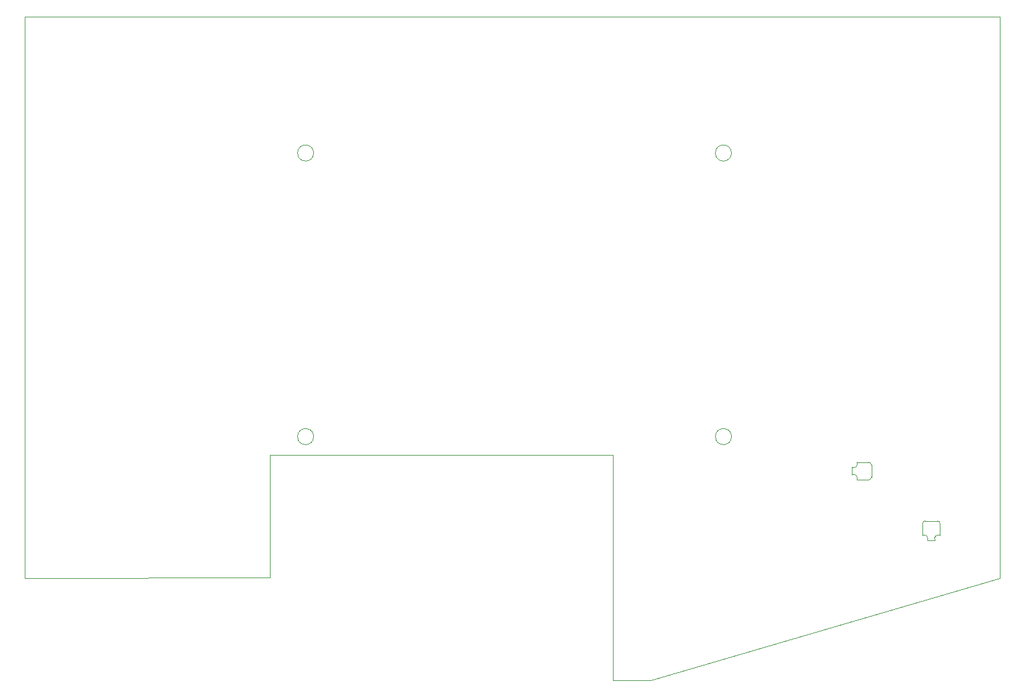
<source format=gbr>
%TF.GenerationSoftware,KiCad,Pcbnew,8.0.7*%
%TF.CreationDate,2025-01-10T20:34:57+09:00*%
%TF.ProjectId,cool937tb_R_v2,636f6f6c-3933-4377-9462-5f525f76322e,rev?*%
%TF.SameCoordinates,Original*%
%TF.FileFunction,Profile,NP*%
%FSLAX46Y46*%
G04 Gerber Fmt 4.6, Leading zero omitted, Abs format (unit mm)*
G04 Created by KiCad (PCBNEW 8.0.7) date 2025-01-10 20:34:57*
%MOMM*%
%LPD*%
G01*
G04 APERTURE LIST*
%TA.AperFunction,Profile*%
%ADD10C,0.050000*%
%TD*%
%TA.AperFunction,Profile*%
%ADD11C,0.100000*%
%TD*%
%TA.AperFunction,Profile*%
%ADD12C,0.120000*%
%TD*%
G04 APERTURE END LIST*
D10*
X-9540000Y9510000D02*
X123810000Y9510000D01*
X24020000Y-50400000D02*
X24030000Y-67240000D01*
D11*
X87130000Y-9140000D02*
G75*
G02*
X84930000Y-9140000I-1100000J0D01*
G01*
X84930000Y-9140000D02*
G75*
G02*
X87130000Y-9140000I1100000J0D01*
G01*
D10*
X24030000Y-67240000D02*
X-9540000Y-67280000D01*
X70900000Y-81250000D02*
X76050000Y-81250000D01*
X76050000Y-81250000D02*
X123810000Y-67280000D01*
D11*
X29990000Y-47930000D02*
G75*
G02*
X27790000Y-47930000I-1100000J0D01*
G01*
X27790000Y-47930000D02*
G75*
G02*
X29990000Y-47930000I1100000J0D01*
G01*
D10*
X-9540000Y-67280000D02*
X-9540000Y9510000D01*
X70880000Y-50420000D02*
X24020000Y-50400000D01*
D11*
X87140000Y-47930000D02*
G75*
G02*
X84940000Y-47930000I-1100000J0D01*
G01*
X84940000Y-47930000D02*
G75*
G02*
X87140000Y-47930000I1100000J0D01*
G01*
D10*
X123810000Y9510000D02*
X123810000Y-67280000D01*
D11*
X29990000Y-9140000D02*
G75*
G02*
X27790000Y-9140000I-1100000J0D01*
G01*
X27790000Y-9140000D02*
G75*
G02*
X29990000Y-9140000I1100000J0D01*
G01*
D10*
X70900000Y-81250000D02*
X70880000Y-50420000D01*
D12*
%TO.C,U1*%
X103608247Y-53161953D02*
X103608247Y-52120553D01*
X104294047Y-51434753D02*
X105894247Y-51434753D01*
X105894247Y-53847753D02*
X104294047Y-53847753D01*
X106275247Y-51815753D02*
X106275247Y-53466753D01*
X113250753Y-61441953D02*
X113250753Y-59841753D01*
X113631753Y-59460753D02*
X115282753Y-59460753D01*
X114977953Y-62127753D02*
X113936553Y-62127753D01*
X115663753Y-59841753D02*
X115663753Y-61441953D01*
X103608247Y-53161953D02*
G75*
G02*
X104294047Y-53847753I247753J-438047D01*
G01*
X104294047Y-51434753D02*
G75*
G02*
X103608251Y-52120546I-438047J-247747D01*
G01*
X105894247Y-51434753D02*
G75*
G02*
X106275247Y-51815753I3J-380997D01*
G01*
X106275247Y-53466753D02*
G75*
G02*
X105894247Y-53847747I-380987J-7D01*
G01*
X113250753Y-59841753D02*
G75*
G02*
X113631753Y-59460753I380996J4D01*
G01*
X113250753Y-61441953D02*
G75*
G02*
X113936553Y-62127753I247753J-438047D01*
G01*
X114977953Y-62127753D02*
G75*
G02*
X115663753Y-61441953I438047J247753D01*
G01*
X115282753Y-59460753D02*
G75*
G02*
X115663753Y-59841753I8J-380992D01*
G01*
%TD*%
M02*

</source>
